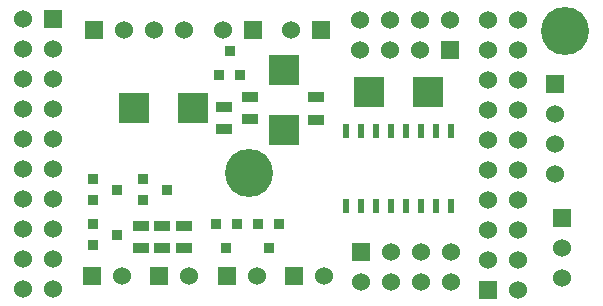
<source format=gts>
G04 (created by PCBNEW (2013-may-18)-stable) date Сб 29 авг 2015 23:55:16*
%MOIN*%
G04 Gerber Fmt 3.4, Leading zero omitted, Abs format*
%FSLAX34Y34*%
G01*
G70*
G90*
G04 APERTURE LIST*
%ADD10C,0.00590551*%
%ADD11R,0.06X0.06*%
%ADD12C,0.06*%
%ADD13R,0.036X0.036*%
%ADD14R,0.02X0.045*%
%ADD15R,0.055X0.035*%
%ADD16R,0.1004X0.0984*%
%ADD17R,0.0984X0.1004*%
%ADD18C,0.16*%
G04 APERTURE END LIST*
G54D10*
G54D11*
X40759Y-27783D03*
G54D12*
X41759Y-27783D03*
X40759Y-26783D03*
X41759Y-26783D03*
X40759Y-25783D03*
X41759Y-25783D03*
X40759Y-24783D03*
X41759Y-24783D03*
X40759Y-23783D03*
X41759Y-23783D03*
X40759Y-22783D03*
X41759Y-22783D03*
X40759Y-21783D03*
X41759Y-21783D03*
X40759Y-20783D03*
X41759Y-20783D03*
X40759Y-19783D03*
X41759Y-19783D03*
X40759Y-18783D03*
X41759Y-18783D03*
G54D11*
X26287Y-18751D03*
G54D12*
X25287Y-18751D03*
X26287Y-19751D03*
X25287Y-19751D03*
X26287Y-20751D03*
X25287Y-20751D03*
X26287Y-21751D03*
X25287Y-21751D03*
X26287Y-22751D03*
X25287Y-22751D03*
X26287Y-23751D03*
X25287Y-23751D03*
X26287Y-24751D03*
X25287Y-24751D03*
X26287Y-25751D03*
X25287Y-25751D03*
X26287Y-26751D03*
X25287Y-26751D03*
X26287Y-27751D03*
X25287Y-27751D03*
G54D11*
X29814Y-27322D03*
G54D12*
X30814Y-27322D03*
G54D13*
X31697Y-25584D03*
X32397Y-25584D03*
X32047Y-26384D03*
X27592Y-26294D03*
X27592Y-25594D03*
X28392Y-25944D03*
X33114Y-25584D03*
X33814Y-25584D03*
X33464Y-26384D03*
X29285Y-24798D03*
X29285Y-24098D03*
X30085Y-24448D03*
X27592Y-24798D03*
X27592Y-24098D03*
X28392Y-24448D03*
X32515Y-20636D03*
X31815Y-20636D03*
X32165Y-19836D03*
G54D14*
X36045Y-22490D03*
X37045Y-22490D03*
X37545Y-22490D03*
X38045Y-22490D03*
X38545Y-22490D03*
X39045Y-22490D03*
X39545Y-22490D03*
X39545Y-24990D03*
X39045Y-24990D03*
X38545Y-24990D03*
X38045Y-24990D03*
X37545Y-24990D03*
X37045Y-24990D03*
X36545Y-24990D03*
X36045Y-24990D03*
X36545Y-22490D03*
G54D15*
X29212Y-25648D03*
X29212Y-26398D03*
X30629Y-25648D03*
X30629Y-26398D03*
X29921Y-25648D03*
X29921Y-26398D03*
X35039Y-21376D03*
X35039Y-22126D03*
X32834Y-21357D03*
X32834Y-22107D03*
X31988Y-22441D03*
X31988Y-21691D03*
G54D11*
X36531Y-26527D03*
G54D12*
X36531Y-27527D03*
X37531Y-26527D03*
X37531Y-27527D03*
X38531Y-26527D03*
X38531Y-27527D03*
X39531Y-26527D03*
X39531Y-27527D03*
G54D11*
X39511Y-19791D03*
G54D12*
X39511Y-18791D03*
X38511Y-19791D03*
X38511Y-18791D03*
X37511Y-19791D03*
X37511Y-18791D03*
X36511Y-19791D03*
X36511Y-18791D03*
G54D11*
X27633Y-19133D03*
G54D12*
X28633Y-19133D03*
X29633Y-19133D03*
X30633Y-19133D03*
G54D11*
X42992Y-20940D03*
G54D12*
X42992Y-21940D03*
X42992Y-22940D03*
X42992Y-23940D03*
G54D11*
X43228Y-25377D03*
G54D12*
X43228Y-26377D03*
X43228Y-27377D03*
G54D11*
X27570Y-27322D03*
G54D12*
X28570Y-27322D03*
G54D11*
X35224Y-19133D03*
G54D12*
X34224Y-19133D03*
G54D11*
X32940Y-19133D03*
G54D12*
X31940Y-19133D03*
G54D11*
X32059Y-27322D03*
G54D12*
X33059Y-27322D03*
G54D11*
X34303Y-27322D03*
G54D12*
X35303Y-27322D03*
G54D16*
X30954Y-21732D03*
X28966Y-21732D03*
G54D17*
X33976Y-20462D03*
X33976Y-22450D03*
G54D16*
X36801Y-21181D03*
X38789Y-21181D03*
G54D18*
X43346Y-19153D03*
X32795Y-23897D03*
M02*

</source>
